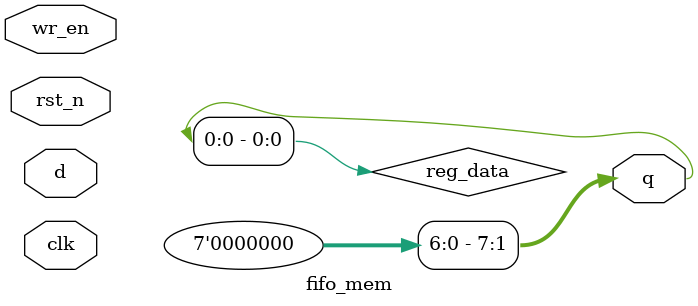
<source format=v>
module fifo_mem #(
  parameter FIFO_SIZE = 64,
  parameter W_WIDTH = 8
)(
  input clk, rst_n, 
  input wr_en,
  input [W_WIDTH-1:0] d,
  output [W_WIDTH-1:0] q
);

    
  reg [W_WIDTH-1:0] ram [FIFO_SIZE-1:0];//a memory with 64 locations depth and 8 bits word

  always @(posedge clk or negedge rst_n) begin
    if(!rst_n) begin 
      
    end 
    else begin
        if(wr_en) begin
        end 

        if(rd_en) begin
        end
    end 
  end 

  assign q = reg_data;
endmodule : fifo_mem
</source>
